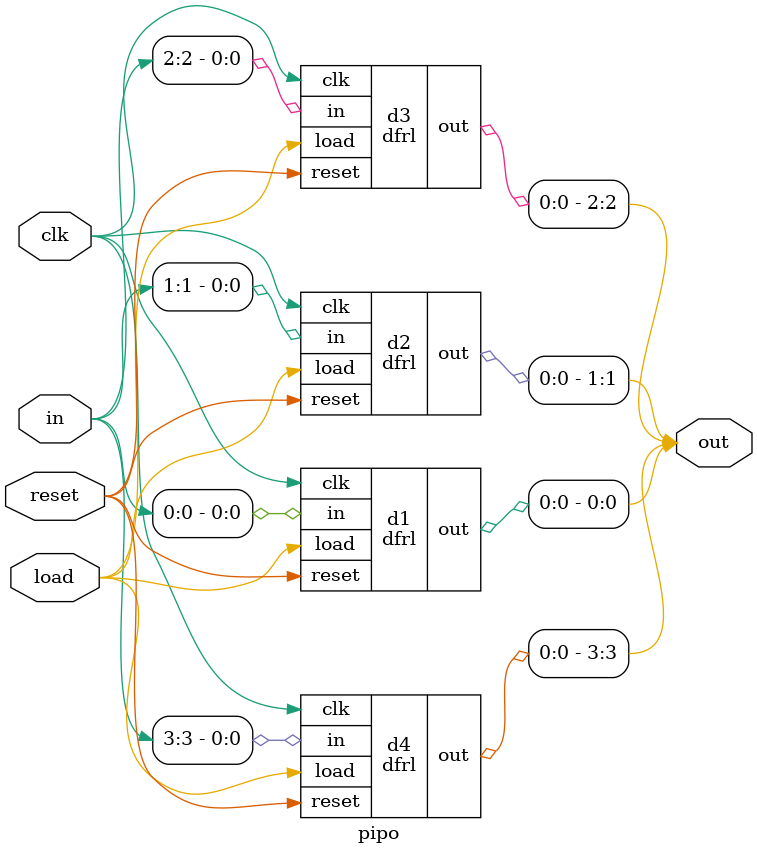
<source format=v>
module and2 (input wire i0, i1, output wire o);
  assign o = i0 & i1;
endmodule

module mux2 (input wire i0, i1, j, output wire o);
  assign o = (j==0)?i0:i1;
endmodule

module invert (input wire i, output wire o);
   assign o = !i;
endmodule
module df (input wire clk, in, output wire out);
  reg df_out;
  always@(posedge clk) df_out <= in;
  assign out = df_out;
endmodule

module dfr (input wire clk, reset, in, output wire out);
  wire reset_, df_in;
  invert invert_0 (reset, reset_);
  and2 and2_0 (in, reset_, df_in);
  df df_0 (clk, df_in, out);
endmodule

module dfrl (input wire clk, reset, load, in, output wire out);
  wire _in;
  mux2 mux2_0(out, in, load, _in);
  dfr dfr_1(clk, reset, _in, out);
endmodule

module pipo(input wire clk,load,reset,input wire [3:0]in,output wire [3:0]out);
	dfrl d1(clk,reset,load,in[0],out[0]);
	dfrl d2(clk,reset,load,in[1],out[1]);
	dfrl d3(clk,reset,load,in[2],out[2]);
	dfrl d4(clk,reset,load,in[3],out[3]);
endmodule


</source>
